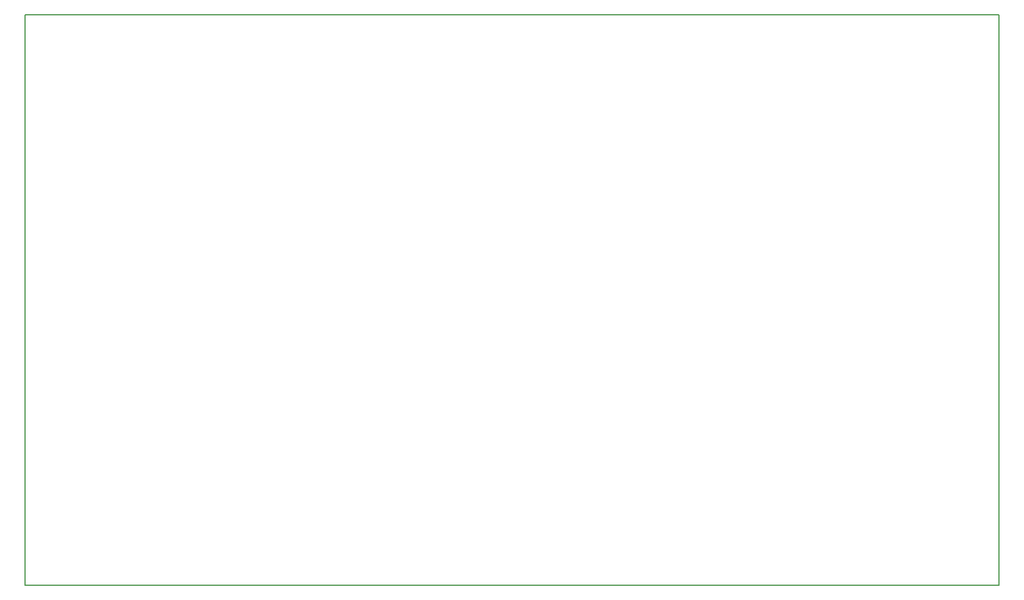
<source format=gm1>
G04 #@! TF.GenerationSoftware,KiCad,Pcbnew,(5.0.2)-1*
G04 #@! TF.CreationDate,2019-01-03T12:41:09+01:00*
G04 #@! TF.ProjectId,CPU6502,43505536-3530-4322-9e6b-696361645f70,rev?*
G04 #@! TF.SameCoordinates,Original*
G04 #@! TF.FileFunction,Profile,NP*
%FSLAX46Y46*%
G04 Gerber Fmt 4.6, Leading zero omitted, Abs format (unit mm)*
G04 Created by KiCad (PCBNEW (5.0.2)-1) date 03.01.2019 12:41:09*
%MOMM*%
%LPD*%
G01*
G04 APERTURE LIST*
%ADD10C,0.150000*%
G04 APERTURE END LIST*
D10*
X19097500Y-35427500D02*
X19097500Y-120427500D01*
X164097500Y-35427500D02*
X19097500Y-35427500D01*
X164097500Y-120427500D02*
X164097500Y-35427500D01*
X19097500Y-120427500D02*
X164097500Y-120427500D01*
M02*

</source>
